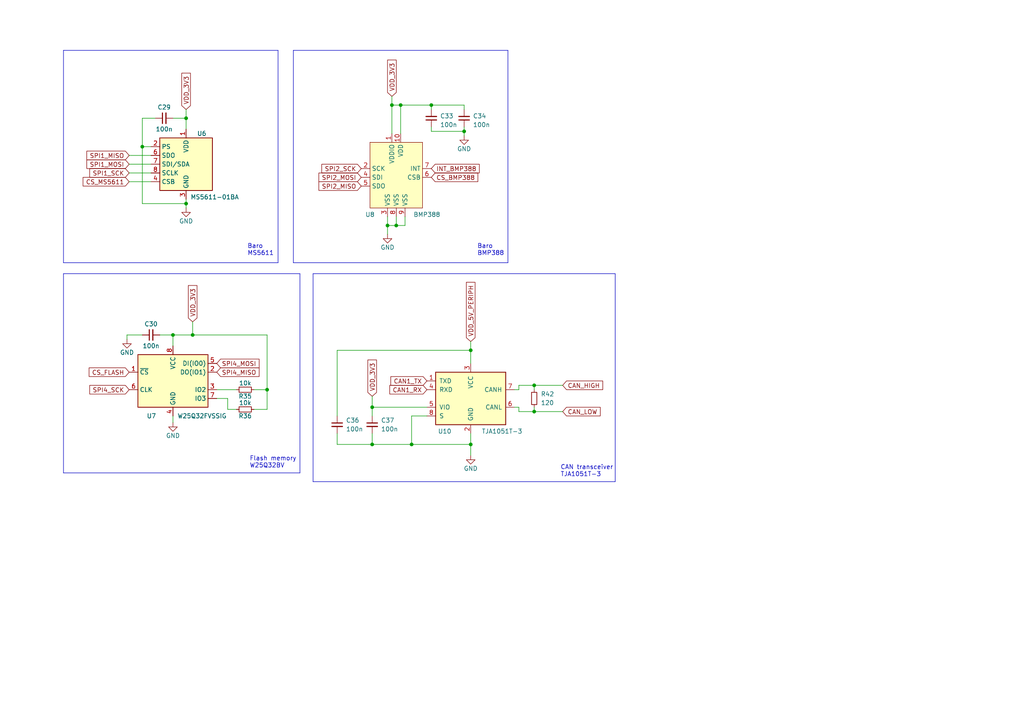
<source format=kicad_sch>
(kicad_sch (version 20230121) (generator eeschema)
  (paper "A4")
  (title_block (title "Royal Penguin") (date "2023-05-23") (rev "2.0") (company "Aerokitties"))
  (lib_symbols
    (symbol "Device:C_Small" (pin_numbers hide) (pin_names (offset 0.254) hide)
      (property "Reference" "C" (at 0.254 1.778 0))
      (property "Value" "C_Small" (at 0.254 -2.032 0))
      (symbol "C_Small_0_1"
        (polyline (pts (xy -1.524 -0.508) (xy 1.524 -0.508)) (stroke (width 0.3302)))
        (polyline (pts (xy -1.524 0.508) (xy 1.524 0.508)) (stroke (width 0.3048)))
      )
      (symbol "C_Small_1_1"
        (pin passive line (at 0 2.54 270) (length 2.032) (name "~") (number "1"))
        (pin passive line (at 0 -2.54 90) (length 2.032) (name "~") (number "2"))
      )
    )
    (symbol "Device:R_Small" (pin_numbers hide) (pin_names (offset 0.254) hide)
      (property "Reference" "R" (at 0.762 0.508 0))
      (property "Value" "R_Small" (at 0.762 -1.016 0))
      (symbol "R_Small_0_1"
        (rectangle (start -0.762 1.778) (end 0.762 -1.778) (stroke (width 0.2032)))
      )
      (symbol "R_Small_1_1"
        (pin passive line (at 0 2.54 270) (length 0.762) (name "~") (number "1"))
        (pin passive line (at 0 -2.54 90) (length 0.762) (name "~") (number "2"))
      )
    )
    (symbol "GND_1" (power) (pin_names (offset 0))
      (property "Value" "GND_1" (at 0 -3.81 0))
      (symbol "GND_1_0_1"
        (polyline (pts (xy 0 0) (xy 0 -1.27) (xy 1.27 -1.27) (xy 0 -2.54) (xy -1.27 -1.27) (xy 0 -1.27)))
      )
      (symbol "GND_1_1_1"
        (pin power_in line (at 0 0 270) (length 0) hide (name "GND") (number "1"))
      )
    )
    (symbol "GND_2" (power) (pin_names (offset 0))
      (property "Value" "GND_2" (at 0 -3.81 0))
      (symbol "GND_2_0_1"
        (polyline (pts (xy 0 0) (xy 0 -1.27) (xy 1.27 -1.27) (xy 0 -2.54) (xy -1.27 -1.27) (xy 0 -1.27)))
      )
      (symbol "GND_2_1_1"
        (pin power_in line (at 0 0 270) (length 0) hide (name "GND") (number "1"))
      )
    )
    (symbol "GND_3" (power) (pin_names (offset 0))
      (property "Value" "GND_3" (at 0 -3.81 0))
      (symbol "GND_3_0_1"
        (polyline (pts (xy 0 0) (xy 0 -1.27) (xy 1.27 -1.27) (xy 0 -2.54) (xy -1.27 -1.27) (xy 0 -1.27)))
      )
      (symbol "GND_3_1_1"
        (pin power_in line (at 0 0 270) (length 0) hide (name "GND") (number "1"))
      )
    )
    (symbol "Interface_CAN_LIN:TJA1051T-3" (pin_names (offset 1.016))
      (property "Reference" "U" (at -10.16 8.89 0))
      (property "Value" "TJA1051T-3" (at 1.27 8.89 0))
      (symbol "TJA1051T-3_0_1"
        (rectangle (start -10.16 7.62) (end 10.16 -7.62) (stroke (width 0.254)) (fill (type background)))
      )
      (symbol "TJA1051T-3_1_1"
        (pin input line (at -12.7 5.08 0) (length 2.54) (name "TXD") (number "1"))
        (pin power_in line (at 0 -10.16 90) (length 2.54) (name "GND") (number "2"))
        (pin power_in line (at 0 10.16 270) (length 2.54) (name "VCC") (number "3"))
        (pin output line (at -12.7 2.54 0) (length 2.54) (name "RXD") (number "4"))
        (pin power_in line (at -12.7 -2.54 0) (length 2.54) (name "VIO") (number "5"))
        (pin bidirectional line (at 12.7 -2.54 180) (length 2.54) (name "CANL") (number "6"))
        (pin bidirectional line (at 12.7 2.54 180) (length 2.54) (name "CANH") (number "7"))
        (pin input line (at -12.7 -5.08 0) (length 2.54) (name "S") (number "8"))
      )
    )
    (symbol "Memory_Flash:W25Q32JVSS"
      (property "Reference" "U" (at -8.89 8.89 0))
      (property "Value" "W25Q32JVSS" (at 7.62 8.89 0))
      (symbol "W25Q32JVSS_0_1"
        (rectangle (start -10.16 7.62) (end 10.16 -7.62) (stroke (width 0.254)) (fill (type background)))
      )
      (symbol "W25Q32JVSS_1_1"
        (pin input line (at -12.7 2.54 0) (length 2.54) (name "~{CS}") (number "1"))
        (pin bidirectional line (at 12.7 2.54 180) (length 2.54) (name "DO(IO1)") (number "2"))
        (pin bidirectional line (at 12.7 -2.54 180) (length 2.54) (name "IO2") (number "3"))
        (pin power_in line (at 0 -10.16 90) (length 2.54) (name "GND") (number "4"))
        (pin bidirectional line (at 12.7 5.08 180) (length 2.54) (name "DI(IO0)") (number "5"))
        (pin input line (at -12.7 -2.54 0) (length 2.54) (name "CLK") (number "6"))
        (pin bidirectional line (at 12.7 -5.08 180) (length 2.54) (name "IO3") (number "7"))
        (pin power_in line (at 0 10.16 270) (length 2.54) (name "VCC") (number "8"))
      )
    )
    (symbol "Sensor_Pressure:MS5611-01BA"
      (property "Reference" "U" (at -6.35 8.89 0))
      (property "Value" "MS5611-01BA" (at 7.62 8.89 0))
      (symbol "MS5611-01BA_0_1"
        (rectangle (start -7.62 7.62) (end 7.62 -7.62) (stroke (width 0.254)) (fill (type background)))
      )
      (symbol "MS5611-01BA_1_1"
        (pin power_in line (at 0 10.16 270) (length 2.54) (name "VDD") (number "1"))
        (pin input line (at -10.16 5.08 0) (length 2.54) (name "PS") (number "2"))
        (pin power_in line (at 0 -10.16 90) (length 2.54) (name "GND") (number "3"))
        (pin input line (at -10.16 -5.08 0) (length 2.54) (name "CSB") (number "4"))
        (pin input line (at -10.16 -5.08 0) (length 2.54) hide (name "CSB") (number "5"))
        (pin output line (at -10.16 2.54 0) (length 2.54) (name "SDO") (number "6"))
        (pin bidirectional line (at -10.16 0 0) (length 2.54) (name "SDI/SDA") (number "7"))
        (pin input line (at -10.16 -2.54 0) (length 2.54) (name "SCLK") (number "8"))
      )
    )
    (symbol "power:GND" (power) (pin_names (offset 0))
      (property "Value" "GND" (at 0 -3.81 0))
      (symbol "GND_0_1"
        (polyline (pts (xy 0 0) (xy 0 -1.27) (xy 1.27 -1.27) (xy 0 -2.54) (xy -1.27 -1.27) (xy 0 -1.27)))
      )
      (symbol "GND_1_1"
        (pin power_in line (at 0 0 270) (length 0) hide (name "GND") (number "1"))
      )
    )
    (symbol "user_lib:BMP388"
      (property "Reference" "U" (at 7.62 -11.43 0))
      (property "Value" "BMP388" (at -8.89 -11.43 0))
      (symbol "BMP388_1_1"
        (rectangle (start -7.62 10.16) (end 7.62 -8.89) (fill (type background)))
        (pin power_in line (at -1.27 12.7 270) (length 2.54) (name "VDDIO") (number "1"))
        (pin power_in line (at 1.27 12.7 270) (length 2.54) (name "VDD") (number "10"))
        (pin input line (at -10.16 2.54 0) (length 2.54) (name "SCK") (number "2"))
        (pin power_in line (at -2.54 -11.43 90) (length 2.54) (name "VSS") (number "3"))
        (pin bidirectional line (at -10.16 0 0) (length 2.54) (name "SDI") (number "4"))
        (pin bidirectional line (at -10.16 -2.54 0) (length 2.54) (name "SDO") (number "5"))
        (pin input line (at 10.16 0 180) (length 2.54) (name "CSB") (number "6"))
        (pin output line (at 10.16 2.54 180) (length 2.54) (name "INT") (number "7"))
        (pin power_in line (at 0 -11.43 90) (length 2.54) (name "VSS") (number "8"))
        (pin power_in line (at 2.54 -11.43 90) (length 2.54) (name "VSS") (number "9"))
      )
    )
  )
  (junction (at 125.095 30.48))
  (junction (at 134.62 38.1))
  (junction (at 116.205 30.48))
  (junction (at 114.935 65.405))
  (junction (at 154.94 119.38))
  (junction (at 136.525 101.6))
  (junction (at 50.165 97.155))
  (junction (at 154.94 111.76))
  (junction (at 53.975 34.29))
  (junction (at 55.88 97.155))
  (junction (at 107.95 128.905))
  (junction (at 136.525 128.905))
  (junction (at 77.47 113.03))
  (junction (at 119.38 128.905))
  (junction (at 41.275 42.545))
  (junction (at 107.95 118.11))
  (junction (at 113.665 30.48))
  (junction (at 53.975 59.055))
  (junction (at 112.395 65.405))
  (wire (pts (xy 113.665 30.48) (xy 116.205 30.48)))
  (wire (pts (xy 112.395 62.865) (xy 112.395 65.405)))
  (wire (pts (xy 77.47 113.03) (xy 77.47 97.155)))
  (wire (pts (xy 50.165 97.155) (xy 50.165 100.33)))
  (wire (pts (xy 46.355 97.155) (xy 50.165 97.155)))
  (wire (pts (xy 119.38 128.905) (xy 136.525 128.905)))
  (wire (pts (xy 97.79 125.73) (xy 97.79 128.905)))
  (polyline (pts (xy 90.805 79.375) (xy 178.435 79.375)))
  (wire (pts (xy 41.275 59.055) (xy 53.975 59.055)))
  (polyline (pts (xy 147.32 14.605) (xy 147.32 76.2)))
  (wire (pts (xy 114.935 65.405) (xy 117.475 65.405)))
  (polyline (pts (xy 18.415 79.375) (xy 86.995 79.375)))
  (wire (pts (xy 107.95 114.935) (xy 107.95 118.11)))
  (polyline (pts (xy 86.995 79.375) (xy 86.995 137.16)))
  (wire (pts (xy 77.47 118.745) (xy 73.66 118.745)))
  (wire (pts (xy 112.395 65.405) (xy 114.935 65.405)))
  (wire (pts (xy 53.975 31.75) (xy 53.975 34.29)))
  (wire (pts (xy 77.47 97.155) (xy 55.88 97.155)))
  (polyline (pts (xy 80.645 14.605) (xy 80.645 76.2)))
  (wire (pts (xy 97.79 101.6) (xy 136.525 101.6)))
  (wire (pts (xy 41.275 34.29) (xy 45.085 34.29)))
  (wire (pts (xy 113.665 30.48) (xy 113.665 38.735)))
  (polyline (pts (xy 178.435 79.375) (xy 178.435 139.7)))
  (polyline (pts (xy 18.415 79.375) (xy 18.415 137.16)))
  (wire (pts (xy 154.94 118.11) (xy 154.94 119.38)))
  (polyline (pts (xy 85.09 14.605) (xy 147.32 14.605)))
  (wire (pts (xy 50.165 34.29) (xy 53.975 34.29)))
  (wire (pts (xy 97.79 128.905) (xy 107.95 128.905)))
  (wire (pts (xy 117.475 65.405) (xy 117.475 62.865)))
  (wire (pts (xy 116.205 30.48) (xy 125.095 30.48)))
  (wire (pts (xy 62.865 115.57) (xy 66.04 115.57)))
  (wire (pts (xy 43.815 42.545) (xy 41.275 42.545)))
  (wire (pts (xy 113.665 27.94) (xy 113.665 30.48)))
  (wire (pts (xy 66.04 115.57) (xy 66.04 118.745)))
  (wire (pts (xy 97.79 120.65) (xy 97.79 101.6)))
  (wire (pts (xy 150.495 118.11) (xy 150.495 119.38)))
  (wire (pts (xy 125.095 31.75) (xy 125.095 30.48)))
  (wire (pts (xy 150.495 118.11) (xy 149.225 118.11)))
  (polyline (pts (xy 147.32 76.2) (xy 85.09 76.2)))
  (wire (pts (xy 36.83 97.155) (xy 41.275 97.155)))
  (polyline (pts (xy 85.09 14.605) (xy 85.09 76.2)))
  (wire (pts (xy 125.095 30.48) (xy 134.62 30.48)))
  (wire (pts (xy 154.94 119.38) (xy 163.195 119.38)))
  (polyline (pts (xy 18.415 14.605) (xy 18.415 76.2)))
  (wire (pts (xy 73.66 113.03) (xy 77.47 113.03)))
  (wire (pts (xy 66.04 118.745) (xy 68.58 118.745)))
  (wire (pts (xy 112.395 65.405) (xy 112.395 67.945)))
  (wire (pts (xy 37.465 45.085) (xy 43.815 45.085)))
  (wire (pts (xy 37.465 47.625) (xy 43.815 47.625)))
  (wire (pts (xy 77.47 113.03) (xy 77.47 118.745)))
  (wire (pts (xy 55.88 93.345) (xy 55.88 97.155)))
  (wire (pts (xy 41.275 42.545) (xy 41.275 59.055)))
  (wire (pts (xy 123.825 118.11) (xy 107.95 118.11)))
  (wire (pts (xy 107.95 118.11) (xy 107.95 120.65)))
  (wire (pts (xy 149.225 113.03) (xy 150.495 113.03)))
  (wire (pts (xy 53.975 59.055) (xy 53.975 60.325)))
  (wire (pts (xy 62.865 113.03) (xy 68.58 113.03)))
  (wire (pts (xy 123.825 120.65) (xy 119.38 120.65)))
  (wire (pts (xy 125.095 38.1) (xy 134.62 38.1)))
  (wire (pts (xy 150.495 119.38) (xy 154.94 119.38)))
  (wire (pts (xy 36.83 98.425) (xy 36.83 97.155)))
  (wire (pts (xy 53.975 57.785) (xy 53.975 59.055)))
  (wire (pts (xy 37.465 50.165) (xy 43.815 50.165)))
  (wire (pts (xy 55.88 97.155) (xy 50.165 97.155)))
  (wire (pts (xy 154.94 111.76) (xy 154.94 113.03)))
  (wire (pts (xy 136.525 125.73) (xy 136.525 128.905)))
  (wire (pts (xy 50.165 120.65) (xy 50.165 122.555)))
  (wire (pts (xy 136.525 99.06) (xy 136.525 101.6)))
  (wire (pts (xy 150.495 111.76) (xy 154.94 111.76)))
  (wire (pts (xy 37.465 52.705) (xy 43.815 52.705)))
  (wire (pts (xy 119.38 128.905) (xy 107.95 128.905)))
  (wire (pts (xy 134.62 38.1) (xy 134.62 36.83)))
  (polyline (pts (xy 90.805 139.7) (xy 178.435 139.7)))
  (wire (pts (xy 134.62 30.48) (xy 134.62 31.75)))
  (polyline (pts (xy 86.995 137.16) (xy 18.415 137.16)))
  (wire (pts (xy 136.525 128.905) (xy 136.525 132.08)))
  (polyline (pts (xy 18.415 14.605) (xy 80.645 14.605)))
  (wire (pts (xy 114.935 62.865) (xy 114.935 65.405)))
  (polyline (pts (xy 80.645 76.2) (xy 18.415 76.2)))
  (wire (pts (xy 107.95 128.905) (xy 107.95 125.73)))
  (wire (pts (xy 41.275 42.545) (xy 41.275 34.29)))
  (wire (pts (xy 154.94 111.76) (xy 163.195 111.76)))
  (wire (pts (xy 116.205 30.48) (xy 116.205 38.735)))
  (polyline (pts (xy 90.805 139.7) (xy 90.805 79.375)))
  (wire (pts (xy 134.62 38.1) (xy 134.62 39.37)))
  (wire (pts (xy 136.525 101.6) (xy 136.525 105.41)))
  (wire (pts (xy 150.495 111.76) (xy 150.495 113.03)))
  (wire (pts (xy 53.975 34.29) (xy 53.975 37.465)))
  (wire (pts (xy 119.38 120.65) (xy 119.38 128.905)))
  (wire (pts (xy 125.095 36.83) (xy 125.095 38.1)))
  (text "Flash memory \nW25Q32BV\n" (at 72.39 135.89 0) (effects (font (size 1.27 1.27)) (justify left bottom)))
  (text "Baro\nBMP388\n" (at 138.43 74.295 0) (effects (font (size 1.27 1.27)) (justify left bottom)))
  (text "CAN transceiver\nTJA1051T-3" (at 162.56 138.43 0) (effects (font (size 1.27 1.27)) (justify left bottom)))
  (text "Baro\nMS5611\n" (at 71.755 74.295 0) (effects (font (size 1.27 1.27)) (justify left bottom)))
  (global_label "SPI4_MOSI" (shape input) (at 62.865 105.41 0) (property "Intersheetrefs" "${INTERSHEET_REFS}" (effects hide)))
  (global_label "SPI1_MISO" (shape input) (at 37.465 45.085 180) (property "Intersheetrefs" "${INTERSHEET_REFS}" (effects hide)))
  (global_label "CS_FLASH" (shape input) (at 37.465 107.95 180) (property "Intersheetrefs" "${INTERSHEET_REFS}" (effects hide)))
  (global_label "INT_BMP388" (shape input) (at 125.095 48.895 0) (property "Intersheetrefs" "${INTERSHEET_REFS}" (effects hide)))
  (global_label "SPI4_MISO" (shape input) (at 62.865 107.95 0) (property "Intersheetrefs" "${INTERSHEET_REFS}" (effects hide)))
  (global_label "SPI4_SCK" (shape input) (at 37.465 113.03 180) (property "Intersheetrefs" "${INTERSHEET_REFS}" (effects hide)))
  (global_label "SPI1_SCK" (shape input) (at 37.465 50.165 180) (property "Intersheetrefs" "${INTERSHEET_REFS}" (effects hide)))
  (global_label "VDD_3V3" (shape input) (at 113.665 27.94 90) (property "Intersheetrefs" "${INTERSHEET_REFS}" (effects hide)))
  (global_label "VDD_5V_PERIPH" (shape input) (at 136.525 99.06 90) (property "Intersheetrefs" "${INTERSHEET_REFS}" (effects hide)))
  (global_label "CAN1_RX" (shape input) (at 123.825 113.03 180) (property "Intersheetrefs" "${INTERSHEET_REFS}" (effects hide)))
  (global_label "VDD_3V3" (shape input) (at 55.88 93.345 90) (property "Intersheetrefs" "${INTERSHEET_REFS}" (effects hide)))
  (global_label "VDD_3V3" (shape input) (at 107.95 114.935 90) (property "Intersheetrefs" "${INTERSHEET_REFS}" (effects hide)))
  (global_label "SPI1_MOSI" (shape input) (at 37.465 47.625 180) (property "Intersheetrefs" "${INTERSHEET_REFS}" (effects hide)))
  (global_label "CS_BMP388" (shape input) (at 125.095 51.435 0) (property "Intersheetrefs" "${INTERSHEET_REFS}" (effects hide)))
  (global_label "CAN_LOW" (shape input) (at 163.195 119.38 0) (property "Intersheetrefs" "${INTERSHEET_REFS}" (effects hide)))
  (global_label "SPI2_MISO" (shape input) (at 104.775 53.975 180) (property "Intersheetrefs" "${INTERSHEET_REFS}" (effects hide)))
  (global_label "CS_MS5611" (shape input) (at 37.465 52.705 180) (property "Intersheetrefs" "${INTERSHEET_REFS}" (effects hide)))
  (global_label "SPI2_MOSI" (shape input) (at 104.775 51.435 180) (property "Intersheetrefs" "${INTERSHEET_REFS}" (effects hide)))
  (global_label "VDD_3V3" (shape input) (at 53.975 31.75 90) (property "Intersheetrefs" "${INTERSHEET_REFS}" (effects hide)))
  (global_label "CAN_HIGH" (shape input) (at 163.195 111.76 0) (property "Intersheetrefs" "${INTERSHEET_REFS}" (effects hide)))
  (global_label "SPI2_SCK" (shape input) (at 104.775 48.895 180) (property "Intersheetrefs" "${INTERSHEET_REFS}" (effects hide)))
  (global_label "CAN1_TX" (shape input) (at 123.825 110.49 180) (property "Intersheetrefs" "${INTERSHEET_REFS}" (effects hide)))
  (symbol (lib_id "power:GND") (at 36.83 98.425 0) (unit 1)
    (property "Reference" "#PWR040" (effects hide))
    (property "Value" "GND" (at 36.83 102.235 0))
    (instances (project "1.3" (path "" (reference "#PWR040") (unit 1))) (project "2.0" (path "" (reference "#PWR040") (unit 1)) (path "" (reference "#PWR042") (unit 1))))
  )
  (symbol (lib_id "Device:R_Small") (at 71.12 118.745 90) (unit 1)
    (property "Reference" "R36" (at 71.12 120.65 90))
    (property "Value" "10k" (at 71.12 116.84 90))
    (property "Footprint" "Resistor_SMD:R_0603_1608Metric" (effects hide))
    (instances (project "1.3" (path "" (reference "R36") (unit 1))) (project "2.0" (path "" (reference "R34") (unit 1)) (path "" (reference "R43") (unit 1))))
  )
  (symbol (lib_name "GND_3") (lib_id "power:GND") (at 136.525 132.08 0) (unit 1)
    (property "Reference" "#PWR044" (effects hide))
    (property "Value" "GND" (at 136.525 135.89 0))
  )
  (symbol (lib_id "Device:C_Small") (at 125.095 34.29 180) (unit 1)
    (property "Reference" "C33" (at 127.635 33.655 0) (effects (justify right)))
    (property "Value" "100n" (at 127.635 36.195 0) (effects (justify right)))
    (property "Footprint" "Capacitor_SMD:C_0603_1608Metric" (effects hide))
  )
  (symbol (lib_id "Sensor_Pressure:MS5611-01BA") (at 53.975 47.625 0) (unit 1)
    (property "Reference" "U6" (at 57.15 38.735 0) (effects (justify left)))
    (property "Value" "MS5611-01BA" (at 55.245 57.15 0) (effects (justify left)))
    (property "Footprint" "user_lib:LGA-8_3x5mm_P1.25mm_handsolder" (effects hide))
    (property "Datasheet" "https://www.te.com/commerce/DocumentDelivery/DDEController?Action=srchrtrv&DocNm=MS5611-01BA03&DocType=Data+Sheet&DocLang=English" (effects hide))
    (instances (project "1.3" (path "" (reference "U6") (unit 1))) (project "2.0" (path "" (reference "U7") (unit 1))))
  )
  (symbol (lib_id "Device:C_Small") (at 134.62 34.29 180) (unit 1)
    (property "Reference" "C34" (at 137.16 33.655 0) (effects (justify right)))
    (property "Value" "100n" (at 137.16 36.195 0) (effects (justify right)))
    (property "Footprint" "Capacitor_SMD:C_0603_1608Metric" (effects hide))
  )
  (symbol (lib_id "Interface_CAN_LIN:TJA1051T-3") (at 136.525 115.57 0) (unit 1)
    (property "Reference" "U10" (at 127 125.095 0) (effects (justify left)))
    (property "Value" "TJA1051T-3" (at 139.7 125.095 0) (effects (justify left)))
    (property "Footprint" "Package_SO:SOIC-8_3.9x4.9mm_P1.27mm" (effects hide))
    (property "Datasheet" "http://www.nxp.com/documents/data_sheet/TJA1051.pdf" (effects hide))
  )
  (symbol (lib_id "Device:C_Small") (at 97.79 123.19 0) (unit 1)
    (property "Reference" "C36" (at 100.33 121.92 0) (effects (justify left)))
    (property "Value" "100n" (at 100.33 124.46 0) (effects (justify left)))
    (property "Footprint" "Capacitor_SMD:C_0603_1608Metric" (effects hide))
  )
  (symbol (lib_name "GND_2") (lib_id "power:GND") (at 134.62 39.37 0) (unit 1)
    (property "Reference" "#PWR039" (effects hide))
    (property "Value" "GND" (at 134.62 43.18 0))
  )
  (symbol (lib_id "power:GND") (at 50.165 122.555 0) (unit 1)
    (property "Reference" "#PWR041" (effects hide))
    (property "Value" "GND" (at 50.165 126.365 0))
    (instances (project "1.3" (path "" (reference "#PWR041") (unit 1))) (project "2.0" (path "" (reference "#PWR041") (unit 1)) (path "" (reference "#PWR043") (unit 1))))
  )
  (symbol (lib_id "Device:R_Small") (at 71.12 113.03 90) (unit 1)
    (property "Reference" "R35" (at 71.12 114.935 90))
    (property "Value" "10k" (at 71.12 111.125 90))
    (property "Footprint" "Resistor_SMD:R_0603_1608Metric" (effects hide))
    (instances (project "1.3" (path "" (reference "R35") (unit 1))) (project "2.0" (path "" (reference "R33") (unit 1)) (path "" (reference "R41") (unit 1))))
  )
  (symbol (lib_name "GND_1") (lib_id "power:GND") (at 112.395 67.945 0) (unit 1)
    (property "Reference" "#PWR041" (effects hide))
    (property "Value" "GND" (at 112.395 71.755 0))
  )
  (symbol (lib_id "power:GND") (at 53.975 60.325 0) (unit 1)
    (property "Reference" "#PWR039" (effects hide))
    (property "Value" "GND" (at 53.975 64.135 0))
    (instances (project "1.3" (path "" (reference "#PWR039") (unit 1))) (project "2.0" (path "" (reference "#PWR040") (unit 1))))
  )
  (symbol (lib_id "Device:C_Small") (at 47.625 34.29 90) (unit 1)
    (property "Reference" "C29" (at 47.625 31.115 90))
    (property "Value" "100n" (at 47.625 37.465 90))
    (property "Footprint" "Capacitor_SMD:C_0603_1608Metric" (effects hide))
    (instances (project "1.3" (path "" (reference "C29") (unit 1))) (project "2.0" (path "" (reference "C32") (unit 1))))
  )
  (symbol (lib_id "Memory_Flash:W25Q32JVSS") (at 50.165 110.49 0) (unit 1)
    (property "Reference" "U7" (at 42.545 120.65 0) (effects (justify left)))
    (property "Value" "W25Q32FVSSIG" (at 51.435 120.65 0) (effects (justify left)))
    (property "Footprint" "Package_SO:SOIC-8_5.275x5.275mm_P1.27mm" (effects hide))
    (property "Datasheet" "http://www.winbond.com/resource-files/w25q32jv%20revg%2003272018%20plus.pdf" (effects hide))
    (instances (project "1.3" (path "" (reference "U7") (unit 1))) (project "2.0" (path "" (reference "U3") (unit 1)) (path "" (reference "U9") (unit 1))))
  )
  (symbol (lib_id "Device:R_Small") (at 154.94 115.57 0) (unit 1)
    (property "Reference" "R42" (at 156.845 114.3 0) (effects (justify left)))
    (property "Value" "120" (at 156.845 116.84 0) (effects (justify left)))
    (property "Footprint" "Resistor_SMD:R_0603_1608Metric" (effects hide))
  )
  (symbol (lib_id "Device:C_Small") (at 43.815 97.155 90) (unit 1)
    (property "Reference" "C30" (at 43.815 93.98 90))
    (property "Value" "100n" (at 43.815 100.33 90))
    (property "Footprint" "Capacitor_SMD:C_0603_1608Metric" (effects hide))
    (instances (project "1.3" (path "" (reference "C30") (unit 1))) (project "2.0" (path "" (reference "C38") (unit 1)) (path "" (reference "C35") (unit 1))))
  )
  (symbol (lib_id "Device:C_Small") (at 107.95 123.19 0) (unit 1)
    (property "Reference" "C37" (at 110.49 121.92 0) (effects (justify left)))
    (property "Value" "100n" (at 110.49 124.46 0) (effects (justify left)))
    (property "Footprint" "Capacitor_SMD:C_0603_1608Metric" (effects hide))
  )
  (symbol (lib_id "user_lib:BMP388") (at 114.935 51.435 0) (unit 1)
    (property "Reference" "U8" (at 107.315 62.23 0))
    (property "Value" "BMP388" (at 123.825 62.23 0))
    (property "Footprint" "user_lib:LGA-10_2x2x0.75mm" (effects hide))
  )
)
</source>
